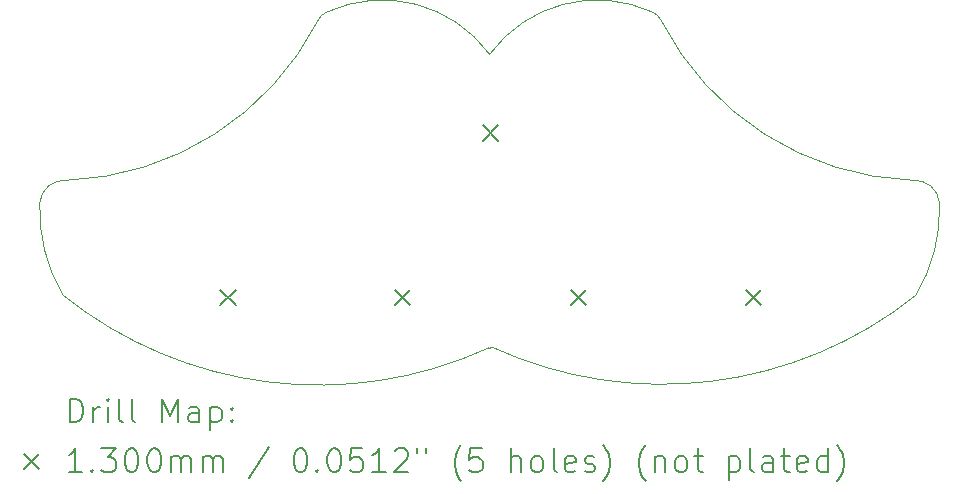
<source format=gbr>
%TF.GenerationSoftware,KiCad,Pcbnew,8.0.1-rc1*%
%TF.CreationDate,2024-05-02T00:25:49-04:00*%
%TF.ProjectId,Mustachio_v2,4d757374-6163-4686-996f-5f76322e6b69,rev?*%
%TF.SameCoordinates,Original*%
%TF.FileFunction,Drillmap*%
%TF.FilePolarity,Positive*%
%FSLAX45Y45*%
G04 Gerber Fmt 4.5, Leading zero omitted, Abs format (unit mm)*
G04 Created by KiCad (PCBNEW 8.0.1-rc1) date 2024-05-02 00:25:49*
%MOMM*%
%LPD*%
G01*
G04 APERTURE LIST*
%ADD10C,0.100000*%
%ADD11C,0.200000*%
%ADD12C,0.130000*%
G04 APERTURE END LIST*
D10*
X11519489Y-6231266D02*
G75*
G02*
X11528673Y-6230897I5000J-10000D01*
G01*
X11504848Y-6238354D02*
X11519489Y-6231266D01*
X7701477Y-5012827D02*
G75*
G02*
X7929331Y-4819512I210503J-17173D01*
G01*
X10061980Y-3460000D02*
G75*
G02*
X10130379Y-3396156I120001J-60000D01*
G01*
X7900524Y-5792802D02*
G75*
G02*
X7702439Y-5012905I1211457J722802D01*
G01*
X10061980Y-3460000D02*
G75*
G02*
X7929331Y-4819512I-2220000J1130000D01*
G01*
X10130379Y-3396156D02*
G75*
G02*
X11510990Y-3753393I471602J-1023844D01*
G01*
X11504848Y-6238354D02*
G75*
G02*
X7900524Y-5792802I-1441547J3140001D01*
G01*
X12891602Y-3396156D02*
G75*
G02*
X12960000Y-3460000I-51602J-123844D01*
G01*
X15092649Y-4819512D02*
G75*
G02*
X15320503Y-5012827I17351J-210488D01*
G01*
X15319541Y-5012905D02*
G75*
G02*
X15121456Y-5792802I-1409542J-57095D01*
G01*
X15121456Y-5792802D02*
G75*
G02*
X11528673Y-6230897I-2151456J2692802D01*
G01*
X15092649Y-4819512D02*
G75*
G02*
X12960000Y-3460000I87351J2489512D01*
G01*
X11510990Y-3753393D02*
G75*
G02*
X12891602Y-3396156I909010J-666607D01*
G01*
D11*
D12*
X9230000Y-5749000D02*
X9360000Y-5879000D01*
X9360000Y-5749000D02*
X9230000Y-5879000D01*
X10710000Y-5749000D02*
X10840000Y-5879000D01*
X10840000Y-5749000D02*
X10710000Y-5879000D01*
X11455000Y-4355000D02*
X11585000Y-4485000D01*
X11585000Y-4355000D02*
X11455000Y-4485000D01*
X12200000Y-5749000D02*
X12330000Y-5879000D01*
X12330000Y-5749000D02*
X12200000Y-5879000D01*
X13680000Y-5749000D02*
X13810000Y-5879000D01*
X13810000Y-5749000D02*
X13680000Y-5879000D01*
D11*
X7957060Y-6869929D02*
X7957060Y-6669929D01*
X7957060Y-6669929D02*
X8004679Y-6669929D01*
X8004679Y-6669929D02*
X8033250Y-6679452D01*
X8033250Y-6679452D02*
X8052298Y-6698500D01*
X8052298Y-6698500D02*
X8061821Y-6717548D01*
X8061821Y-6717548D02*
X8071345Y-6755643D01*
X8071345Y-6755643D02*
X8071345Y-6784214D01*
X8071345Y-6784214D02*
X8061821Y-6822310D01*
X8061821Y-6822310D02*
X8052298Y-6841357D01*
X8052298Y-6841357D02*
X8033250Y-6860405D01*
X8033250Y-6860405D02*
X8004679Y-6869929D01*
X8004679Y-6869929D02*
X7957060Y-6869929D01*
X8157060Y-6869929D02*
X8157060Y-6736595D01*
X8157060Y-6774691D02*
X8166583Y-6755643D01*
X8166583Y-6755643D02*
X8176107Y-6746119D01*
X8176107Y-6746119D02*
X8195155Y-6736595D01*
X8195155Y-6736595D02*
X8214202Y-6736595D01*
X8280869Y-6869929D02*
X8280869Y-6736595D01*
X8280869Y-6669929D02*
X8271345Y-6679452D01*
X8271345Y-6679452D02*
X8280869Y-6688976D01*
X8280869Y-6688976D02*
X8290393Y-6679452D01*
X8290393Y-6679452D02*
X8280869Y-6669929D01*
X8280869Y-6669929D02*
X8280869Y-6688976D01*
X8404679Y-6869929D02*
X8385631Y-6860405D01*
X8385631Y-6860405D02*
X8376107Y-6841357D01*
X8376107Y-6841357D02*
X8376107Y-6669929D01*
X8509441Y-6869929D02*
X8490393Y-6860405D01*
X8490393Y-6860405D02*
X8480869Y-6841357D01*
X8480869Y-6841357D02*
X8480869Y-6669929D01*
X8738012Y-6869929D02*
X8738012Y-6669929D01*
X8738012Y-6669929D02*
X8804679Y-6812786D01*
X8804679Y-6812786D02*
X8871345Y-6669929D01*
X8871345Y-6669929D02*
X8871345Y-6869929D01*
X9052298Y-6869929D02*
X9052298Y-6765167D01*
X9052298Y-6765167D02*
X9042774Y-6746119D01*
X9042774Y-6746119D02*
X9023726Y-6736595D01*
X9023726Y-6736595D02*
X8985631Y-6736595D01*
X8985631Y-6736595D02*
X8966583Y-6746119D01*
X9052298Y-6860405D02*
X9033250Y-6869929D01*
X9033250Y-6869929D02*
X8985631Y-6869929D01*
X8985631Y-6869929D02*
X8966583Y-6860405D01*
X8966583Y-6860405D02*
X8957060Y-6841357D01*
X8957060Y-6841357D02*
X8957060Y-6822310D01*
X8957060Y-6822310D02*
X8966583Y-6803262D01*
X8966583Y-6803262D02*
X8985631Y-6793738D01*
X8985631Y-6793738D02*
X9033250Y-6793738D01*
X9033250Y-6793738D02*
X9052298Y-6784214D01*
X9147536Y-6736595D02*
X9147536Y-6936595D01*
X9147536Y-6746119D02*
X9166583Y-6736595D01*
X9166583Y-6736595D02*
X9204679Y-6736595D01*
X9204679Y-6736595D02*
X9223726Y-6746119D01*
X9223726Y-6746119D02*
X9233250Y-6755643D01*
X9233250Y-6755643D02*
X9242774Y-6774691D01*
X9242774Y-6774691D02*
X9242774Y-6831833D01*
X9242774Y-6831833D02*
X9233250Y-6850881D01*
X9233250Y-6850881D02*
X9223726Y-6860405D01*
X9223726Y-6860405D02*
X9204679Y-6869929D01*
X9204679Y-6869929D02*
X9166583Y-6869929D01*
X9166583Y-6869929D02*
X9147536Y-6860405D01*
X9328488Y-6850881D02*
X9338012Y-6860405D01*
X9338012Y-6860405D02*
X9328488Y-6869929D01*
X9328488Y-6869929D02*
X9318964Y-6860405D01*
X9318964Y-6860405D02*
X9328488Y-6850881D01*
X9328488Y-6850881D02*
X9328488Y-6869929D01*
X9328488Y-6746119D02*
X9338012Y-6755643D01*
X9338012Y-6755643D02*
X9328488Y-6765167D01*
X9328488Y-6765167D02*
X9318964Y-6755643D01*
X9318964Y-6755643D02*
X9328488Y-6746119D01*
X9328488Y-6746119D02*
X9328488Y-6765167D01*
D12*
X7566283Y-7133445D02*
X7696283Y-7263445D01*
X7696283Y-7133445D02*
X7566283Y-7263445D01*
D11*
X8061821Y-7289929D02*
X7947536Y-7289929D01*
X8004679Y-7289929D02*
X8004679Y-7089929D01*
X8004679Y-7089929D02*
X7985631Y-7118500D01*
X7985631Y-7118500D02*
X7966583Y-7137548D01*
X7966583Y-7137548D02*
X7947536Y-7147071D01*
X8147536Y-7270881D02*
X8157060Y-7280405D01*
X8157060Y-7280405D02*
X8147536Y-7289929D01*
X8147536Y-7289929D02*
X8138012Y-7280405D01*
X8138012Y-7280405D02*
X8147536Y-7270881D01*
X8147536Y-7270881D02*
X8147536Y-7289929D01*
X8223726Y-7089929D02*
X8347536Y-7089929D01*
X8347536Y-7089929D02*
X8280869Y-7166119D01*
X8280869Y-7166119D02*
X8309441Y-7166119D01*
X8309441Y-7166119D02*
X8328488Y-7175643D01*
X8328488Y-7175643D02*
X8338012Y-7185167D01*
X8338012Y-7185167D02*
X8347536Y-7204214D01*
X8347536Y-7204214D02*
X8347536Y-7251833D01*
X8347536Y-7251833D02*
X8338012Y-7270881D01*
X8338012Y-7270881D02*
X8328488Y-7280405D01*
X8328488Y-7280405D02*
X8309441Y-7289929D01*
X8309441Y-7289929D02*
X8252298Y-7289929D01*
X8252298Y-7289929D02*
X8233250Y-7280405D01*
X8233250Y-7280405D02*
X8223726Y-7270881D01*
X8471345Y-7089929D02*
X8490393Y-7089929D01*
X8490393Y-7089929D02*
X8509441Y-7099452D01*
X8509441Y-7099452D02*
X8518964Y-7108976D01*
X8518964Y-7108976D02*
X8528488Y-7128024D01*
X8528488Y-7128024D02*
X8538012Y-7166119D01*
X8538012Y-7166119D02*
X8538012Y-7213738D01*
X8538012Y-7213738D02*
X8528488Y-7251833D01*
X8528488Y-7251833D02*
X8518964Y-7270881D01*
X8518964Y-7270881D02*
X8509441Y-7280405D01*
X8509441Y-7280405D02*
X8490393Y-7289929D01*
X8490393Y-7289929D02*
X8471345Y-7289929D01*
X8471345Y-7289929D02*
X8452298Y-7280405D01*
X8452298Y-7280405D02*
X8442774Y-7270881D01*
X8442774Y-7270881D02*
X8433250Y-7251833D01*
X8433250Y-7251833D02*
X8423726Y-7213738D01*
X8423726Y-7213738D02*
X8423726Y-7166119D01*
X8423726Y-7166119D02*
X8433250Y-7128024D01*
X8433250Y-7128024D02*
X8442774Y-7108976D01*
X8442774Y-7108976D02*
X8452298Y-7099452D01*
X8452298Y-7099452D02*
X8471345Y-7089929D01*
X8661822Y-7089929D02*
X8680869Y-7089929D01*
X8680869Y-7089929D02*
X8699917Y-7099452D01*
X8699917Y-7099452D02*
X8709441Y-7108976D01*
X8709441Y-7108976D02*
X8718964Y-7128024D01*
X8718964Y-7128024D02*
X8728488Y-7166119D01*
X8728488Y-7166119D02*
X8728488Y-7213738D01*
X8728488Y-7213738D02*
X8718964Y-7251833D01*
X8718964Y-7251833D02*
X8709441Y-7270881D01*
X8709441Y-7270881D02*
X8699917Y-7280405D01*
X8699917Y-7280405D02*
X8680869Y-7289929D01*
X8680869Y-7289929D02*
X8661822Y-7289929D01*
X8661822Y-7289929D02*
X8642774Y-7280405D01*
X8642774Y-7280405D02*
X8633250Y-7270881D01*
X8633250Y-7270881D02*
X8623726Y-7251833D01*
X8623726Y-7251833D02*
X8614203Y-7213738D01*
X8614203Y-7213738D02*
X8614203Y-7166119D01*
X8614203Y-7166119D02*
X8623726Y-7128024D01*
X8623726Y-7128024D02*
X8633250Y-7108976D01*
X8633250Y-7108976D02*
X8642774Y-7099452D01*
X8642774Y-7099452D02*
X8661822Y-7089929D01*
X8814203Y-7289929D02*
X8814203Y-7156595D01*
X8814203Y-7175643D02*
X8823726Y-7166119D01*
X8823726Y-7166119D02*
X8842774Y-7156595D01*
X8842774Y-7156595D02*
X8871345Y-7156595D01*
X8871345Y-7156595D02*
X8890393Y-7166119D01*
X8890393Y-7166119D02*
X8899917Y-7185167D01*
X8899917Y-7185167D02*
X8899917Y-7289929D01*
X8899917Y-7185167D02*
X8909441Y-7166119D01*
X8909441Y-7166119D02*
X8928488Y-7156595D01*
X8928488Y-7156595D02*
X8957060Y-7156595D01*
X8957060Y-7156595D02*
X8976107Y-7166119D01*
X8976107Y-7166119D02*
X8985631Y-7185167D01*
X8985631Y-7185167D02*
X8985631Y-7289929D01*
X9080869Y-7289929D02*
X9080869Y-7156595D01*
X9080869Y-7175643D02*
X9090393Y-7166119D01*
X9090393Y-7166119D02*
X9109441Y-7156595D01*
X9109441Y-7156595D02*
X9138012Y-7156595D01*
X9138012Y-7156595D02*
X9157060Y-7166119D01*
X9157060Y-7166119D02*
X9166584Y-7185167D01*
X9166584Y-7185167D02*
X9166584Y-7289929D01*
X9166584Y-7185167D02*
X9176107Y-7166119D01*
X9176107Y-7166119D02*
X9195155Y-7156595D01*
X9195155Y-7156595D02*
X9223726Y-7156595D01*
X9223726Y-7156595D02*
X9242774Y-7166119D01*
X9242774Y-7166119D02*
X9252298Y-7185167D01*
X9252298Y-7185167D02*
X9252298Y-7289929D01*
X9642774Y-7080405D02*
X9471346Y-7337548D01*
X9899917Y-7089929D02*
X9918965Y-7089929D01*
X9918965Y-7089929D02*
X9938012Y-7099452D01*
X9938012Y-7099452D02*
X9947536Y-7108976D01*
X9947536Y-7108976D02*
X9957060Y-7128024D01*
X9957060Y-7128024D02*
X9966584Y-7166119D01*
X9966584Y-7166119D02*
X9966584Y-7213738D01*
X9966584Y-7213738D02*
X9957060Y-7251833D01*
X9957060Y-7251833D02*
X9947536Y-7270881D01*
X9947536Y-7270881D02*
X9938012Y-7280405D01*
X9938012Y-7280405D02*
X9918965Y-7289929D01*
X9918965Y-7289929D02*
X9899917Y-7289929D01*
X9899917Y-7289929D02*
X9880869Y-7280405D01*
X9880869Y-7280405D02*
X9871346Y-7270881D01*
X9871346Y-7270881D02*
X9861822Y-7251833D01*
X9861822Y-7251833D02*
X9852298Y-7213738D01*
X9852298Y-7213738D02*
X9852298Y-7166119D01*
X9852298Y-7166119D02*
X9861822Y-7128024D01*
X9861822Y-7128024D02*
X9871346Y-7108976D01*
X9871346Y-7108976D02*
X9880869Y-7099452D01*
X9880869Y-7099452D02*
X9899917Y-7089929D01*
X10052298Y-7270881D02*
X10061822Y-7280405D01*
X10061822Y-7280405D02*
X10052298Y-7289929D01*
X10052298Y-7289929D02*
X10042774Y-7280405D01*
X10042774Y-7280405D02*
X10052298Y-7270881D01*
X10052298Y-7270881D02*
X10052298Y-7289929D01*
X10185631Y-7089929D02*
X10204679Y-7089929D01*
X10204679Y-7089929D02*
X10223727Y-7099452D01*
X10223727Y-7099452D02*
X10233250Y-7108976D01*
X10233250Y-7108976D02*
X10242774Y-7128024D01*
X10242774Y-7128024D02*
X10252298Y-7166119D01*
X10252298Y-7166119D02*
X10252298Y-7213738D01*
X10252298Y-7213738D02*
X10242774Y-7251833D01*
X10242774Y-7251833D02*
X10233250Y-7270881D01*
X10233250Y-7270881D02*
X10223727Y-7280405D01*
X10223727Y-7280405D02*
X10204679Y-7289929D01*
X10204679Y-7289929D02*
X10185631Y-7289929D01*
X10185631Y-7289929D02*
X10166584Y-7280405D01*
X10166584Y-7280405D02*
X10157060Y-7270881D01*
X10157060Y-7270881D02*
X10147536Y-7251833D01*
X10147536Y-7251833D02*
X10138012Y-7213738D01*
X10138012Y-7213738D02*
X10138012Y-7166119D01*
X10138012Y-7166119D02*
X10147536Y-7128024D01*
X10147536Y-7128024D02*
X10157060Y-7108976D01*
X10157060Y-7108976D02*
X10166584Y-7099452D01*
X10166584Y-7099452D02*
X10185631Y-7089929D01*
X10433250Y-7089929D02*
X10338012Y-7089929D01*
X10338012Y-7089929D02*
X10328488Y-7185167D01*
X10328488Y-7185167D02*
X10338012Y-7175643D01*
X10338012Y-7175643D02*
X10357060Y-7166119D01*
X10357060Y-7166119D02*
X10404679Y-7166119D01*
X10404679Y-7166119D02*
X10423727Y-7175643D01*
X10423727Y-7175643D02*
X10433250Y-7185167D01*
X10433250Y-7185167D02*
X10442774Y-7204214D01*
X10442774Y-7204214D02*
X10442774Y-7251833D01*
X10442774Y-7251833D02*
X10433250Y-7270881D01*
X10433250Y-7270881D02*
X10423727Y-7280405D01*
X10423727Y-7280405D02*
X10404679Y-7289929D01*
X10404679Y-7289929D02*
X10357060Y-7289929D01*
X10357060Y-7289929D02*
X10338012Y-7280405D01*
X10338012Y-7280405D02*
X10328488Y-7270881D01*
X10633250Y-7289929D02*
X10518965Y-7289929D01*
X10576107Y-7289929D02*
X10576107Y-7089929D01*
X10576107Y-7089929D02*
X10557060Y-7118500D01*
X10557060Y-7118500D02*
X10538012Y-7137548D01*
X10538012Y-7137548D02*
X10518965Y-7147071D01*
X10709441Y-7108976D02*
X10718965Y-7099452D01*
X10718965Y-7099452D02*
X10738012Y-7089929D01*
X10738012Y-7089929D02*
X10785631Y-7089929D01*
X10785631Y-7089929D02*
X10804679Y-7099452D01*
X10804679Y-7099452D02*
X10814203Y-7108976D01*
X10814203Y-7108976D02*
X10823727Y-7128024D01*
X10823727Y-7128024D02*
X10823727Y-7147071D01*
X10823727Y-7147071D02*
X10814203Y-7175643D01*
X10814203Y-7175643D02*
X10699917Y-7289929D01*
X10699917Y-7289929D02*
X10823727Y-7289929D01*
X10899917Y-7089929D02*
X10899917Y-7128024D01*
X10976108Y-7089929D02*
X10976108Y-7128024D01*
X11271346Y-7366119D02*
X11261822Y-7356595D01*
X11261822Y-7356595D02*
X11242774Y-7328024D01*
X11242774Y-7328024D02*
X11233250Y-7308976D01*
X11233250Y-7308976D02*
X11223727Y-7280405D01*
X11223727Y-7280405D02*
X11214203Y-7232786D01*
X11214203Y-7232786D02*
X11214203Y-7194691D01*
X11214203Y-7194691D02*
X11223727Y-7147071D01*
X11223727Y-7147071D02*
X11233250Y-7118500D01*
X11233250Y-7118500D02*
X11242774Y-7099452D01*
X11242774Y-7099452D02*
X11261822Y-7070881D01*
X11261822Y-7070881D02*
X11271346Y-7061357D01*
X11442774Y-7089929D02*
X11347536Y-7089929D01*
X11347536Y-7089929D02*
X11338012Y-7185167D01*
X11338012Y-7185167D02*
X11347536Y-7175643D01*
X11347536Y-7175643D02*
X11366584Y-7166119D01*
X11366584Y-7166119D02*
X11414203Y-7166119D01*
X11414203Y-7166119D02*
X11433250Y-7175643D01*
X11433250Y-7175643D02*
X11442774Y-7185167D01*
X11442774Y-7185167D02*
X11452298Y-7204214D01*
X11452298Y-7204214D02*
X11452298Y-7251833D01*
X11452298Y-7251833D02*
X11442774Y-7270881D01*
X11442774Y-7270881D02*
X11433250Y-7280405D01*
X11433250Y-7280405D02*
X11414203Y-7289929D01*
X11414203Y-7289929D02*
X11366584Y-7289929D01*
X11366584Y-7289929D02*
X11347536Y-7280405D01*
X11347536Y-7280405D02*
X11338012Y-7270881D01*
X11690393Y-7289929D02*
X11690393Y-7089929D01*
X11776108Y-7289929D02*
X11776108Y-7185167D01*
X11776108Y-7185167D02*
X11766584Y-7166119D01*
X11766584Y-7166119D02*
X11747536Y-7156595D01*
X11747536Y-7156595D02*
X11718965Y-7156595D01*
X11718965Y-7156595D02*
X11699917Y-7166119D01*
X11699917Y-7166119D02*
X11690393Y-7175643D01*
X11899917Y-7289929D02*
X11880869Y-7280405D01*
X11880869Y-7280405D02*
X11871346Y-7270881D01*
X11871346Y-7270881D02*
X11861822Y-7251833D01*
X11861822Y-7251833D02*
X11861822Y-7194691D01*
X11861822Y-7194691D02*
X11871346Y-7175643D01*
X11871346Y-7175643D02*
X11880869Y-7166119D01*
X11880869Y-7166119D02*
X11899917Y-7156595D01*
X11899917Y-7156595D02*
X11928489Y-7156595D01*
X11928489Y-7156595D02*
X11947536Y-7166119D01*
X11947536Y-7166119D02*
X11957060Y-7175643D01*
X11957060Y-7175643D02*
X11966584Y-7194691D01*
X11966584Y-7194691D02*
X11966584Y-7251833D01*
X11966584Y-7251833D02*
X11957060Y-7270881D01*
X11957060Y-7270881D02*
X11947536Y-7280405D01*
X11947536Y-7280405D02*
X11928489Y-7289929D01*
X11928489Y-7289929D02*
X11899917Y-7289929D01*
X12080869Y-7289929D02*
X12061822Y-7280405D01*
X12061822Y-7280405D02*
X12052298Y-7261357D01*
X12052298Y-7261357D02*
X12052298Y-7089929D01*
X12233250Y-7280405D02*
X12214203Y-7289929D01*
X12214203Y-7289929D02*
X12176108Y-7289929D01*
X12176108Y-7289929D02*
X12157060Y-7280405D01*
X12157060Y-7280405D02*
X12147536Y-7261357D01*
X12147536Y-7261357D02*
X12147536Y-7185167D01*
X12147536Y-7185167D02*
X12157060Y-7166119D01*
X12157060Y-7166119D02*
X12176108Y-7156595D01*
X12176108Y-7156595D02*
X12214203Y-7156595D01*
X12214203Y-7156595D02*
X12233250Y-7166119D01*
X12233250Y-7166119D02*
X12242774Y-7185167D01*
X12242774Y-7185167D02*
X12242774Y-7204214D01*
X12242774Y-7204214D02*
X12147536Y-7223262D01*
X12318965Y-7280405D02*
X12338012Y-7289929D01*
X12338012Y-7289929D02*
X12376108Y-7289929D01*
X12376108Y-7289929D02*
X12395155Y-7280405D01*
X12395155Y-7280405D02*
X12404679Y-7261357D01*
X12404679Y-7261357D02*
X12404679Y-7251833D01*
X12404679Y-7251833D02*
X12395155Y-7232786D01*
X12395155Y-7232786D02*
X12376108Y-7223262D01*
X12376108Y-7223262D02*
X12347536Y-7223262D01*
X12347536Y-7223262D02*
X12328489Y-7213738D01*
X12328489Y-7213738D02*
X12318965Y-7194691D01*
X12318965Y-7194691D02*
X12318965Y-7185167D01*
X12318965Y-7185167D02*
X12328489Y-7166119D01*
X12328489Y-7166119D02*
X12347536Y-7156595D01*
X12347536Y-7156595D02*
X12376108Y-7156595D01*
X12376108Y-7156595D02*
X12395155Y-7166119D01*
X12471346Y-7366119D02*
X12480870Y-7356595D01*
X12480870Y-7356595D02*
X12499917Y-7328024D01*
X12499917Y-7328024D02*
X12509441Y-7308976D01*
X12509441Y-7308976D02*
X12518965Y-7280405D01*
X12518965Y-7280405D02*
X12528489Y-7232786D01*
X12528489Y-7232786D02*
X12528489Y-7194691D01*
X12528489Y-7194691D02*
X12518965Y-7147071D01*
X12518965Y-7147071D02*
X12509441Y-7118500D01*
X12509441Y-7118500D02*
X12499917Y-7099452D01*
X12499917Y-7099452D02*
X12480870Y-7070881D01*
X12480870Y-7070881D02*
X12471346Y-7061357D01*
X12833251Y-7366119D02*
X12823727Y-7356595D01*
X12823727Y-7356595D02*
X12804679Y-7328024D01*
X12804679Y-7328024D02*
X12795155Y-7308976D01*
X12795155Y-7308976D02*
X12785631Y-7280405D01*
X12785631Y-7280405D02*
X12776108Y-7232786D01*
X12776108Y-7232786D02*
X12776108Y-7194691D01*
X12776108Y-7194691D02*
X12785631Y-7147071D01*
X12785631Y-7147071D02*
X12795155Y-7118500D01*
X12795155Y-7118500D02*
X12804679Y-7099452D01*
X12804679Y-7099452D02*
X12823727Y-7070881D01*
X12823727Y-7070881D02*
X12833251Y-7061357D01*
X12909441Y-7156595D02*
X12909441Y-7289929D01*
X12909441Y-7175643D02*
X12918965Y-7166119D01*
X12918965Y-7166119D02*
X12938012Y-7156595D01*
X12938012Y-7156595D02*
X12966584Y-7156595D01*
X12966584Y-7156595D02*
X12985631Y-7166119D01*
X12985631Y-7166119D02*
X12995155Y-7185167D01*
X12995155Y-7185167D02*
X12995155Y-7289929D01*
X13118965Y-7289929D02*
X13099917Y-7280405D01*
X13099917Y-7280405D02*
X13090393Y-7270881D01*
X13090393Y-7270881D02*
X13080870Y-7251833D01*
X13080870Y-7251833D02*
X13080870Y-7194691D01*
X13080870Y-7194691D02*
X13090393Y-7175643D01*
X13090393Y-7175643D02*
X13099917Y-7166119D01*
X13099917Y-7166119D02*
X13118965Y-7156595D01*
X13118965Y-7156595D02*
X13147536Y-7156595D01*
X13147536Y-7156595D02*
X13166584Y-7166119D01*
X13166584Y-7166119D02*
X13176108Y-7175643D01*
X13176108Y-7175643D02*
X13185631Y-7194691D01*
X13185631Y-7194691D02*
X13185631Y-7251833D01*
X13185631Y-7251833D02*
X13176108Y-7270881D01*
X13176108Y-7270881D02*
X13166584Y-7280405D01*
X13166584Y-7280405D02*
X13147536Y-7289929D01*
X13147536Y-7289929D02*
X13118965Y-7289929D01*
X13242774Y-7156595D02*
X13318965Y-7156595D01*
X13271346Y-7089929D02*
X13271346Y-7261357D01*
X13271346Y-7261357D02*
X13280870Y-7280405D01*
X13280870Y-7280405D02*
X13299917Y-7289929D01*
X13299917Y-7289929D02*
X13318965Y-7289929D01*
X13538012Y-7156595D02*
X13538012Y-7356595D01*
X13538012Y-7166119D02*
X13557060Y-7156595D01*
X13557060Y-7156595D02*
X13595155Y-7156595D01*
X13595155Y-7156595D02*
X13614203Y-7166119D01*
X13614203Y-7166119D02*
X13623727Y-7175643D01*
X13623727Y-7175643D02*
X13633251Y-7194691D01*
X13633251Y-7194691D02*
X13633251Y-7251833D01*
X13633251Y-7251833D02*
X13623727Y-7270881D01*
X13623727Y-7270881D02*
X13614203Y-7280405D01*
X13614203Y-7280405D02*
X13595155Y-7289929D01*
X13595155Y-7289929D02*
X13557060Y-7289929D01*
X13557060Y-7289929D02*
X13538012Y-7280405D01*
X13747536Y-7289929D02*
X13728489Y-7280405D01*
X13728489Y-7280405D02*
X13718965Y-7261357D01*
X13718965Y-7261357D02*
X13718965Y-7089929D01*
X13909441Y-7289929D02*
X13909441Y-7185167D01*
X13909441Y-7185167D02*
X13899917Y-7166119D01*
X13899917Y-7166119D02*
X13880870Y-7156595D01*
X13880870Y-7156595D02*
X13842774Y-7156595D01*
X13842774Y-7156595D02*
X13823727Y-7166119D01*
X13909441Y-7280405D02*
X13890393Y-7289929D01*
X13890393Y-7289929D02*
X13842774Y-7289929D01*
X13842774Y-7289929D02*
X13823727Y-7280405D01*
X13823727Y-7280405D02*
X13814203Y-7261357D01*
X13814203Y-7261357D02*
X13814203Y-7242310D01*
X13814203Y-7242310D02*
X13823727Y-7223262D01*
X13823727Y-7223262D02*
X13842774Y-7213738D01*
X13842774Y-7213738D02*
X13890393Y-7213738D01*
X13890393Y-7213738D02*
X13909441Y-7204214D01*
X13976108Y-7156595D02*
X14052298Y-7156595D01*
X14004679Y-7089929D02*
X14004679Y-7261357D01*
X14004679Y-7261357D02*
X14014203Y-7280405D01*
X14014203Y-7280405D02*
X14033251Y-7289929D01*
X14033251Y-7289929D02*
X14052298Y-7289929D01*
X14195155Y-7280405D02*
X14176108Y-7289929D01*
X14176108Y-7289929D02*
X14138012Y-7289929D01*
X14138012Y-7289929D02*
X14118965Y-7280405D01*
X14118965Y-7280405D02*
X14109441Y-7261357D01*
X14109441Y-7261357D02*
X14109441Y-7185167D01*
X14109441Y-7185167D02*
X14118965Y-7166119D01*
X14118965Y-7166119D02*
X14138012Y-7156595D01*
X14138012Y-7156595D02*
X14176108Y-7156595D01*
X14176108Y-7156595D02*
X14195155Y-7166119D01*
X14195155Y-7166119D02*
X14204679Y-7185167D01*
X14204679Y-7185167D02*
X14204679Y-7204214D01*
X14204679Y-7204214D02*
X14109441Y-7223262D01*
X14376108Y-7289929D02*
X14376108Y-7089929D01*
X14376108Y-7280405D02*
X14357060Y-7289929D01*
X14357060Y-7289929D02*
X14318965Y-7289929D01*
X14318965Y-7289929D02*
X14299917Y-7280405D01*
X14299917Y-7280405D02*
X14290393Y-7270881D01*
X14290393Y-7270881D02*
X14280870Y-7251833D01*
X14280870Y-7251833D02*
X14280870Y-7194691D01*
X14280870Y-7194691D02*
X14290393Y-7175643D01*
X14290393Y-7175643D02*
X14299917Y-7166119D01*
X14299917Y-7166119D02*
X14318965Y-7156595D01*
X14318965Y-7156595D02*
X14357060Y-7156595D01*
X14357060Y-7156595D02*
X14376108Y-7166119D01*
X14452298Y-7366119D02*
X14461822Y-7356595D01*
X14461822Y-7356595D02*
X14480870Y-7328024D01*
X14480870Y-7328024D02*
X14490393Y-7308976D01*
X14490393Y-7308976D02*
X14499917Y-7280405D01*
X14499917Y-7280405D02*
X14509441Y-7232786D01*
X14509441Y-7232786D02*
X14509441Y-7194691D01*
X14509441Y-7194691D02*
X14499917Y-7147071D01*
X14499917Y-7147071D02*
X14490393Y-7118500D01*
X14490393Y-7118500D02*
X14480870Y-7099452D01*
X14480870Y-7099452D02*
X14461822Y-7070881D01*
X14461822Y-7070881D02*
X14452298Y-7061357D01*
M02*

</source>
